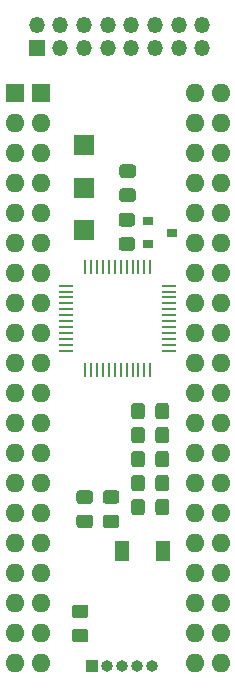
<source format=gbr>
G04 #@! TF.GenerationSoftware,KiCad,Pcbnew,(5.1.9)-1*
G04 #@! TF.CreationDate,2021-06-10T15:01:45-04:00*
G04 #@! TF.ProjectId,6526KernalSwitcherC,36353236-4b65-4726-9e61-6c5377697463,rev?*
G04 #@! TF.SameCoordinates,Original*
G04 #@! TF.FileFunction,Soldermask,Top*
G04 #@! TF.FilePolarity,Negative*
%FSLAX46Y46*%
G04 Gerber Fmt 4.6, Leading zero omitted, Abs format (unit mm)*
G04 Created by KiCad (PCBNEW (5.1.9)-1) date 2021-06-10 15:01:45*
%MOMM*%
%LPD*%
G01*
G04 APERTURE LIST*
%ADD10O,1.600000X1.600000*%
%ADD11R,1.600000X1.600000*%
%ADD12R,1.300000X1.700000*%
%ADD13R,1.000000X1.000000*%
%ADD14O,1.000000X1.000000*%
%ADD15R,1.700000X1.700000*%
%ADD16R,0.900000X0.800000*%
%ADD17R,0.250000X1.300000*%
%ADD18R,1.300000X0.250000*%
%ADD19R,1.350000X1.350000*%
%ADD20O,1.350000X1.350000*%
G04 APERTURE END LIST*
D10*
X114300000Y-50800000D03*
X99060000Y-99060000D03*
X114300000Y-53340000D03*
X99060000Y-96520000D03*
X114300000Y-55880000D03*
X99060000Y-93980000D03*
X114300000Y-58420000D03*
X99060000Y-91440000D03*
X114300000Y-60960000D03*
X99060000Y-88900000D03*
X114300000Y-63500000D03*
X99060000Y-86360000D03*
X114300000Y-66040000D03*
X99060000Y-83820000D03*
X114300000Y-68580000D03*
X99060000Y-81280000D03*
X114300000Y-71120000D03*
X99060000Y-78740000D03*
X114300000Y-73660000D03*
X99060000Y-76200000D03*
X114300000Y-76200000D03*
X99060000Y-73660000D03*
X114300000Y-78740000D03*
X99060000Y-71120000D03*
X114300000Y-81280000D03*
X99060000Y-68580000D03*
X114300000Y-83820000D03*
X99060000Y-66040000D03*
X114300000Y-86360000D03*
X99060000Y-63500000D03*
X114300000Y-88900000D03*
X99060000Y-60960000D03*
X114300000Y-91440000D03*
X99060000Y-58420000D03*
X114300000Y-93980000D03*
X99060000Y-55880000D03*
X114300000Y-96520000D03*
X99060000Y-53340000D03*
X114300000Y-99060000D03*
D11*
X99060000Y-50800000D03*
G36*
G01*
X112090000Y-81337999D02*
X112090000Y-82238001D01*
G75*
G02*
X111840001Y-82488000I-249999J0D01*
G01*
X111189999Y-82488000D01*
G75*
G02*
X110940000Y-82238001I0J249999D01*
G01*
X110940000Y-81337999D01*
G75*
G02*
X111189999Y-81088000I249999J0D01*
G01*
X111840001Y-81088000D01*
G75*
G02*
X112090000Y-81337999I0J-249999D01*
G01*
G37*
G36*
G01*
X110040000Y-81337999D02*
X110040000Y-82238001D01*
G75*
G02*
X109790001Y-82488000I-249999J0D01*
G01*
X109139999Y-82488000D01*
G75*
G02*
X108890000Y-82238001I0J249999D01*
G01*
X108890000Y-81337999D01*
G75*
G02*
X109139999Y-81088000I249999J0D01*
G01*
X109790001Y-81088000D01*
G75*
G02*
X110040000Y-81337999I0J-249999D01*
G01*
G37*
G36*
G01*
X110040000Y-79305999D02*
X110040000Y-80206001D01*
G75*
G02*
X109790001Y-80456000I-249999J0D01*
G01*
X109139999Y-80456000D01*
G75*
G02*
X108890000Y-80206001I0J249999D01*
G01*
X108890000Y-79305999D01*
G75*
G02*
X109139999Y-79056000I249999J0D01*
G01*
X109790001Y-79056000D01*
G75*
G02*
X110040000Y-79305999I0J-249999D01*
G01*
G37*
G36*
G01*
X112090000Y-79305999D02*
X112090000Y-80206001D01*
G75*
G02*
X111840001Y-80456000I-249999J0D01*
G01*
X111189999Y-80456000D01*
G75*
G02*
X110940000Y-80206001I0J249999D01*
G01*
X110940000Y-79305999D01*
G75*
G02*
X111189999Y-79056000I249999J0D01*
G01*
X111840001Y-79056000D01*
G75*
G02*
X112090000Y-79305999I0J-249999D01*
G01*
G37*
G36*
G01*
X112090000Y-77273999D02*
X112090000Y-78174001D01*
G75*
G02*
X111840001Y-78424000I-249999J0D01*
G01*
X111189999Y-78424000D01*
G75*
G02*
X110940000Y-78174001I0J249999D01*
G01*
X110940000Y-77273999D01*
G75*
G02*
X111189999Y-77024000I249999J0D01*
G01*
X111840001Y-77024000D01*
G75*
G02*
X112090000Y-77273999I0J-249999D01*
G01*
G37*
G36*
G01*
X110040000Y-77273999D02*
X110040000Y-78174001D01*
G75*
G02*
X109790001Y-78424000I-249999J0D01*
G01*
X109139999Y-78424000D01*
G75*
G02*
X108890000Y-78174001I0J249999D01*
G01*
X108890000Y-77273999D01*
G75*
G02*
X109139999Y-77024000I249999J0D01*
G01*
X109790001Y-77024000D01*
G75*
G02*
X110040000Y-77273999I0J-249999D01*
G01*
G37*
G36*
G01*
X106737999Y-86479800D02*
X107638001Y-86479800D01*
G75*
G02*
X107888000Y-86729799I0J-249999D01*
G01*
X107888000Y-87379801D01*
G75*
G02*
X107638001Y-87629800I-249999J0D01*
G01*
X106737999Y-87629800D01*
G75*
G02*
X106488000Y-87379801I0J249999D01*
G01*
X106488000Y-86729799D01*
G75*
G02*
X106737999Y-86479800I249999J0D01*
G01*
G37*
G36*
G01*
X106737999Y-84429800D02*
X107638001Y-84429800D01*
G75*
G02*
X107888000Y-84679799I0J-249999D01*
G01*
X107888000Y-85329801D01*
G75*
G02*
X107638001Y-85579800I-249999J0D01*
G01*
X106737999Y-85579800D01*
G75*
G02*
X106488000Y-85329801I0J249999D01*
G01*
X106488000Y-84679799D01*
G75*
G02*
X106737999Y-84429800I249999J0D01*
G01*
G37*
D12*
X111605000Y-89535000D03*
X108105000Y-89535000D03*
D13*
X105600500Y-99314000D03*
D14*
X106870500Y-99314000D03*
X108140500Y-99314000D03*
X109410500Y-99314000D03*
X110680500Y-99314000D03*
D15*
X104902000Y-58801000D03*
X104902000Y-55181500D03*
X104902000Y-62420500D03*
D16*
X110315500Y-61661000D03*
X110315500Y-63561000D03*
X112315500Y-62611000D03*
G36*
G01*
X110040000Y-83369999D02*
X110040000Y-84270001D01*
G75*
G02*
X109790001Y-84520000I-249999J0D01*
G01*
X109139999Y-84520000D01*
G75*
G02*
X108890000Y-84270001I0J249999D01*
G01*
X108890000Y-83369999D01*
G75*
G02*
X109139999Y-83120000I249999J0D01*
G01*
X109790001Y-83120000D01*
G75*
G02*
X110040000Y-83369999I0J-249999D01*
G01*
G37*
G36*
G01*
X112090000Y-83369999D02*
X112090000Y-84270001D01*
G75*
G02*
X111840001Y-84520000I-249999J0D01*
G01*
X111189999Y-84520000D01*
G75*
G02*
X110940000Y-84270001I0J249999D01*
G01*
X110940000Y-83369999D01*
G75*
G02*
X111189999Y-83120000I249999J0D01*
G01*
X111840001Y-83120000D01*
G75*
G02*
X112090000Y-83369999I0J-249999D01*
G01*
G37*
G36*
G01*
X104121799Y-94107200D02*
X105021801Y-94107200D01*
G75*
G02*
X105271800Y-94357199I0J-249999D01*
G01*
X105271800Y-95007201D01*
G75*
G02*
X105021801Y-95257200I-249999J0D01*
G01*
X104121799Y-95257200D01*
G75*
G02*
X103871800Y-95007201I0J249999D01*
G01*
X103871800Y-94357199D01*
G75*
G02*
X104121799Y-94107200I249999J0D01*
G01*
G37*
G36*
G01*
X104121799Y-96157200D02*
X105021801Y-96157200D01*
G75*
G02*
X105271800Y-96407199I0J-249999D01*
G01*
X105271800Y-97057201D01*
G75*
G02*
X105021801Y-97307200I-249999J0D01*
G01*
X104121799Y-97307200D01*
G75*
G02*
X103871800Y-97057201I0J249999D01*
G01*
X103871800Y-96407199D01*
G75*
G02*
X104121799Y-96157200I249999J0D01*
G01*
G37*
G36*
G01*
X105402801Y-85579800D02*
X104502799Y-85579800D01*
G75*
G02*
X104252800Y-85329801I0J249999D01*
G01*
X104252800Y-84679799D01*
G75*
G02*
X104502799Y-84429800I249999J0D01*
G01*
X105402801Y-84429800D01*
G75*
G02*
X105652800Y-84679799I0J-249999D01*
G01*
X105652800Y-85329801D01*
G75*
G02*
X105402801Y-85579800I-249999J0D01*
G01*
G37*
G36*
G01*
X105402801Y-87629800D02*
X104502799Y-87629800D01*
G75*
G02*
X104252800Y-87379801I0J249999D01*
G01*
X104252800Y-86729799D01*
G75*
G02*
X104502799Y-86479800I249999J0D01*
G01*
X105402801Y-86479800D01*
G75*
G02*
X105652800Y-86729799I0J-249999D01*
G01*
X105652800Y-87379801D01*
G75*
G02*
X105402801Y-87629800I-249999J0D01*
G01*
G37*
G36*
G01*
X112099000Y-85401999D02*
X112099000Y-86302001D01*
G75*
G02*
X111849001Y-86552000I-249999J0D01*
G01*
X111198999Y-86552000D01*
G75*
G02*
X110949000Y-86302001I0J249999D01*
G01*
X110949000Y-85401999D01*
G75*
G02*
X111198999Y-85152000I249999J0D01*
G01*
X111849001Y-85152000D01*
G75*
G02*
X112099000Y-85401999I0J-249999D01*
G01*
G37*
G36*
G01*
X110049000Y-85401999D02*
X110049000Y-86302001D01*
G75*
G02*
X109799001Y-86552000I-249999J0D01*
G01*
X109148999Y-86552000D01*
G75*
G02*
X108899000Y-86302001I0J249999D01*
G01*
X108899000Y-85401999D01*
G75*
G02*
X109148999Y-85152000I249999J0D01*
G01*
X109799001Y-85152000D01*
G75*
G02*
X110049000Y-85401999I0J-249999D01*
G01*
G37*
G36*
G01*
X108134999Y-56820000D02*
X109035001Y-56820000D01*
G75*
G02*
X109285000Y-57069999I0J-249999D01*
G01*
X109285000Y-57720001D01*
G75*
G02*
X109035001Y-57970000I-249999J0D01*
G01*
X108134999Y-57970000D01*
G75*
G02*
X107885000Y-57720001I0J249999D01*
G01*
X107885000Y-57069999D01*
G75*
G02*
X108134999Y-56820000I249999J0D01*
G01*
G37*
G36*
G01*
X108134999Y-58870000D02*
X109035001Y-58870000D01*
G75*
G02*
X109285000Y-59119999I0J-249999D01*
G01*
X109285000Y-59770001D01*
G75*
G02*
X109035001Y-60020000I-249999J0D01*
G01*
X108134999Y-60020000D01*
G75*
G02*
X107885000Y-59770001I0J249999D01*
G01*
X107885000Y-59119999D01*
G75*
G02*
X108134999Y-58870000I249999J0D01*
G01*
G37*
G36*
G01*
X108071499Y-62997500D02*
X108971501Y-62997500D01*
G75*
G02*
X109221500Y-63247499I0J-249999D01*
G01*
X109221500Y-63897501D01*
G75*
G02*
X108971501Y-64147500I-249999J0D01*
G01*
X108071499Y-64147500D01*
G75*
G02*
X107821500Y-63897501I0J249999D01*
G01*
X107821500Y-63247499D01*
G75*
G02*
X108071499Y-62997500I249999J0D01*
G01*
G37*
G36*
G01*
X108071499Y-60947500D02*
X108971501Y-60947500D01*
G75*
G02*
X109221500Y-61197499I0J-249999D01*
G01*
X109221500Y-61847501D01*
G75*
G02*
X108971501Y-62097500I-249999J0D01*
G01*
X108071499Y-62097500D01*
G75*
G02*
X107821500Y-61847501I0J249999D01*
G01*
X107821500Y-61197499D01*
G75*
G02*
X108071499Y-60947500I249999J0D01*
G01*
G37*
D17*
X105009500Y-74200000D03*
X105509500Y-74200000D03*
X106009500Y-74200000D03*
X106509500Y-74200000D03*
X107009500Y-74200000D03*
X107509500Y-74200000D03*
X108009500Y-74200000D03*
X108509500Y-74200000D03*
X109009500Y-74200000D03*
X109509500Y-74200000D03*
X110009500Y-74200000D03*
X110509500Y-74200000D03*
D18*
X112109500Y-72600000D03*
X112109500Y-72100000D03*
X112109500Y-71600000D03*
X112109500Y-71100000D03*
X112109500Y-70600000D03*
X112109500Y-70100000D03*
X112109500Y-69600000D03*
X112109500Y-69100000D03*
X112109500Y-68600000D03*
X112109500Y-68100000D03*
X112109500Y-67600000D03*
X112109500Y-67100000D03*
D17*
X110509500Y-65500000D03*
X110009500Y-65500000D03*
X109509500Y-65500000D03*
X109009500Y-65500000D03*
X108509500Y-65500000D03*
X108009500Y-65500000D03*
X107509500Y-65500000D03*
X107009500Y-65500000D03*
X106509500Y-65500000D03*
X106009500Y-65500000D03*
X105509500Y-65500000D03*
X105009500Y-65500000D03*
D18*
X103409500Y-67100000D03*
X103409500Y-67600000D03*
X103409500Y-68100000D03*
X103409500Y-68600000D03*
X103409500Y-69100000D03*
X103409500Y-69600000D03*
X103409500Y-70100000D03*
X103409500Y-70600000D03*
X103409500Y-71100000D03*
X103409500Y-71600000D03*
X103409500Y-72100000D03*
X103409500Y-72600000D03*
D11*
X101219000Y-50800000D03*
D10*
X116459000Y-99060000D03*
X101219000Y-53340000D03*
X116459000Y-96520000D03*
X101219000Y-55880000D03*
X116459000Y-93980000D03*
X101219000Y-58420000D03*
X116459000Y-91440000D03*
X101219000Y-60960000D03*
X116459000Y-88900000D03*
X101219000Y-63500000D03*
X116459000Y-86360000D03*
X101219000Y-66040000D03*
X116459000Y-83820000D03*
X101219000Y-68580000D03*
X116459000Y-81280000D03*
X101219000Y-71120000D03*
X116459000Y-78740000D03*
X101219000Y-73660000D03*
X116459000Y-76200000D03*
X101219000Y-76200000D03*
X116459000Y-73660000D03*
X101219000Y-78740000D03*
X116459000Y-71120000D03*
X101219000Y-81280000D03*
X116459000Y-68580000D03*
X101219000Y-83820000D03*
X116459000Y-66040000D03*
X101219000Y-86360000D03*
X116459000Y-63500000D03*
X101219000Y-88900000D03*
X116459000Y-60960000D03*
X101219000Y-91440000D03*
X116459000Y-58420000D03*
X101219000Y-93980000D03*
X116459000Y-55880000D03*
X101219000Y-96520000D03*
X116459000Y-53340000D03*
X101219000Y-99060000D03*
X116459000Y-50800000D03*
D19*
X100901500Y-46990000D03*
D20*
X100901500Y-44990000D03*
X102901500Y-46990000D03*
X102901500Y-44990000D03*
X104901500Y-46990000D03*
X104901500Y-44990000D03*
X106901500Y-46990000D03*
X106901500Y-44990000D03*
X108901500Y-46990000D03*
X108901500Y-44990000D03*
X110901500Y-46990000D03*
X110901500Y-44990000D03*
X112901500Y-46990000D03*
X112901500Y-44990000D03*
X114901500Y-46990000D03*
X114901500Y-44990000D03*
M02*

</source>
